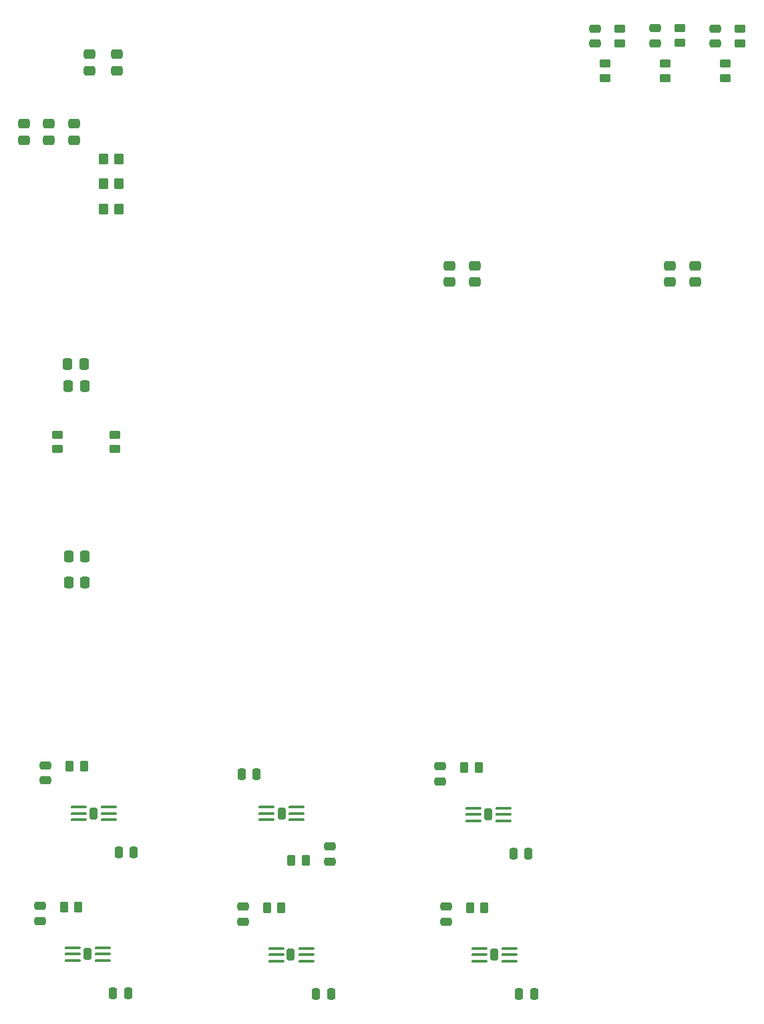
<source format=gbr>
%TF.GenerationSoftware,KiCad,Pcbnew,6.0.7-f9a2dced07~116~ubuntu20.04.1*%
%TF.CreationDate,2022-10-31T15:28:21+01:00*%
%TF.ProjectId,av_citynode_hw,61765f63-6974-4796-9e6f-64655f68772e,rev?*%
%TF.SameCoordinates,Original*%
%TF.FileFunction,Paste,Top*%
%TF.FilePolarity,Positive*%
%FSLAX46Y46*%
G04 Gerber Fmt 4.6, Leading zero omitted, Abs format (unit mm)*
G04 Created by KiCad (PCBNEW 6.0.7-f9a2dced07~116~ubuntu20.04.1) date 2022-10-31 15:28:21*
%MOMM*%
%LPD*%
G01*
G04 APERTURE LIST*
G04 Aperture macros list*
%AMRoundRect*
0 Rectangle with rounded corners*
0 $1 Rounding radius*
0 $2 $3 $4 $5 $6 $7 $8 $9 X,Y pos of 4 corners*
0 Add a 4 corners polygon primitive as box body*
4,1,4,$2,$3,$4,$5,$6,$7,$8,$9,$2,$3,0*
0 Add four circle primitives for the rounded corners*
1,1,$1+$1,$2,$3*
1,1,$1+$1,$4,$5*
1,1,$1+$1,$6,$7*
1,1,$1+$1,$8,$9*
0 Add four rect primitives between the rounded corners*
20,1,$1+$1,$2,$3,$4,$5,0*
20,1,$1+$1,$4,$5,$6,$7,0*
20,1,$1+$1,$6,$7,$8,$9,0*
20,1,$1+$1,$8,$9,$2,$3,0*%
G04 Aperture macros list end*
%ADD10RoundRect,0.250000X0.450000X-0.262500X0.450000X0.262500X-0.450000X0.262500X-0.450000X-0.262500X0*%
%ADD11RoundRect,0.250000X0.337500X0.475000X-0.337500X0.475000X-0.337500X-0.475000X0.337500X-0.475000X0*%
%ADD12RoundRect,0.250000X0.475000X-0.250000X0.475000X0.250000X-0.475000X0.250000X-0.475000X-0.250000X0*%
%ADD13RoundRect,0.250000X-0.262500X-0.450000X0.262500X-0.450000X0.262500X0.450000X-0.262500X0.450000X0*%
%ADD14RoundRect,0.250000X-0.475000X0.337500X-0.475000X-0.337500X0.475000X-0.337500X0.475000X0.337500X0*%
%ADD15RoundRect,0.100000X-0.900000X-0.100000X0.900000X-0.100000X0.900000X0.100000X-0.900000X0.100000X0*%
%ADD16RoundRect,0.262500X-0.262500X-0.487500X0.262500X-0.487500X0.262500X0.487500X-0.262500X0.487500X0*%
%ADD17RoundRect,0.250000X-0.450000X0.262500X-0.450000X-0.262500X0.450000X-0.262500X0.450000X0.262500X0*%
%ADD18RoundRect,0.250000X0.350000X0.450000X-0.350000X0.450000X-0.350000X-0.450000X0.350000X-0.450000X0*%
%ADD19RoundRect,0.250000X-0.250000X-0.475000X0.250000X-0.475000X0.250000X0.475000X-0.250000X0.475000X0*%
%ADD20RoundRect,0.250000X-0.475000X0.250000X-0.475000X-0.250000X0.475000X-0.250000X0.475000X0.250000X0*%
%ADD21RoundRect,0.250000X0.250000X0.475000X-0.250000X0.475000X-0.250000X-0.475000X0.250000X-0.475000X0*%
%ADD22RoundRect,0.250000X0.475000X-0.337500X0.475000X0.337500X-0.475000X0.337500X-0.475000X-0.337500X0*%
%ADD23RoundRect,0.250000X0.262500X0.450000X-0.262500X0.450000X-0.262500X-0.450000X0.262500X-0.450000X0*%
%ADD24RoundRect,0.100000X0.900000X0.100000X-0.900000X0.100000X-0.900000X-0.100000X0.900000X-0.100000X0*%
%ADD25RoundRect,0.262500X0.262500X0.487500X-0.262500X0.487500X-0.262500X-0.487500X0.262500X-0.487500X0*%
G04 APERTURE END LIST*
D10*
%TO.C,R9*%
X63933000Y237561000D03*
X63933000Y239386000D03*
%TD*%
D11*
%TO.C,C23*%
X-19141000Y169235000D03*
X-21216000Y169235000D03*
%TD*%
D12*
%TO.C,C1*%
X898000Y126259000D03*
X898000Y128159000D03*
%TD*%
%TO.C,C1*%
X25916000Y144031000D03*
X25916000Y145931000D03*
%TD*%
D13*
%TO.C,R2*%
X29695000Y128008000D03*
X31520000Y128008000D03*
%TD*%
D14*
%TO.C,C4*%
X30278000Y209388500D03*
X30278000Y207313500D03*
%TD*%
D15*
%TO.C,U1*%
X-19914000Y140771000D03*
X-19914000Y139971000D03*
X-19914000Y139171000D03*
X-16114000Y139171000D03*
X-16114000Y139971000D03*
X-16114000Y140771000D03*
D16*
X-18064000Y139971000D03*
%TD*%
D10*
%TO.C,R11*%
X56313000Y237641000D03*
X56313000Y239466000D03*
%TD*%
D17*
%TO.C,R13*%
X-15374000Y187951000D03*
X-15374000Y186126000D03*
%TD*%
D15*
%TO.C,U1*%
X30866000Y122839000D03*
X30866000Y122039000D03*
X30866000Y121239000D03*
X34666000Y121239000D03*
X34666000Y122039000D03*
X34666000Y122839000D03*
D16*
X32716000Y122039000D03*
%TD*%
D10*
%TO.C,R10*%
X54408000Y233196000D03*
X54408000Y235021000D03*
%TD*%
D15*
%TO.C,U1*%
X5117000Y122863000D03*
X5117000Y122063000D03*
X5117000Y121263000D03*
X8917000Y121263000D03*
X8917000Y122063000D03*
X8917000Y122863000D03*
D16*
X6967000Y122063000D03*
%TD*%
D18*
%TO.C,R3*%
X-14807000Y216591000D03*
X-16807000Y216591000D03*
%TD*%
D12*
%TO.C,C1*%
X-24853000Y126335000D03*
X-24853000Y128235000D03*
%TD*%
D11*
%TO.C,C1*%
X-19268000Y196921000D03*
X-21343000Y196921000D03*
%TD*%
D19*
%TO.C,C2*%
X747000Y144900000D03*
X2647000Y144900000D03*
%TD*%
D20*
%TO.C,C1*%
X11918000Y135751000D03*
X11918000Y133851000D03*
%TD*%
D13*
%TO.C,R2*%
X3946000Y128032000D03*
X5771000Y128032000D03*
%TD*%
D15*
%TO.C,U1*%
X-20634000Y122939000D03*
X-20634000Y122139000D03*
X-20634000Y121339000D03*
X-16834000Y121339000D03*
X-16834000Y122139000D03*
X-16834000Y122939000D03*
D16*
X-18784000Y122139000D03*
%TD*%
D21*
%TO.C,C2*%
X-12962000Y135018000D03*
X-14862000Y135018000D03*
%TD*%
D12*
%TO.C,C22*%
X53138000Y237566000D03*
X53138000Y239466000D03*
%TD*%
%TO.C,C21*%
X60758000Y237523500D03*
X60758000Y239423500D03*
%TD*%
%TO.C,C1*%
X26647000Y126235000D03*
X26647000Y128135000D03*
%TD*%
%TO.C,C17*%
X45518000Y237561000D03*
X45518000Y239461000D03*
%TD*%
D14*
%TO.C,C24*%
X-18549000Y236185500D03*
X-18549000Y234110500D03*
%TD*%
D10*
%TO.C,R7*%
X48693000Y237561000D03*
X48693000Y239386000D03*
%TD*%
D22*
%TO.C,C7*%
X-26872000Y225311000D03*
X-26872000Y227386000D03*
%TD*%
D13*
%TO.C,R2*%
X-21085000Y145940000D03*
X-19260000Y145940000D03*
%TD*%
D22*
%TO.C,C3*%
X-20522000Y225311000D03*
X-20522000Y227386000D03*
%TD*%
D15*
%TO.C,U1*%
X30135000Y140635000D03*
X30135000Y139835000D03*
X30135000Y139035000D03*
X33935000Y139035000D03*
X33935000Y139835000D03*
X33935000Y140635000D03*
D16*
X31985000Y139835000D03*
%TD*%
D10*
%TO.C,R8*%
X62028000Y233196000D03*
X62028000Y235021000D03*
%TD*%
D12*
%TO.C,C1*%
X-24133000Y144167000D03*
X-24133000Y146067000D03*
%TD*%
D11*
%TO.C,C26*%
X-19141000Y172537000D03*
X-21216000Y172537000D03*
%TD*%
D22*
%TO.C,C5*%
X-23697000Y225311000D03*
X-23697000Y227386000D03*
%TD*%
D17*
%TO.C,R12*%
X-22613000Y187951000D03*
X-22613000Y186126000D03*
%TD*%
D21*
%TO.C,C2*%
X37818000Y117086000D03*
X35918000Y117086000D03*
%TD*%
%TO.C,C2*%
X12069000Y117110000D03*
X10169000Y117110000D03*
%TD*%
D13*
%TO.C,R2*%
X28964000Y145804000D03*
X30789000Y145804000D03*
%TD*%
D14*
%TO.C,C25*%
X-15120000Y236185500D03*
X-15120000Y234110500D03*
%TD*%
D21*
%TO.C,C2*%
X37087000Y134882000D03*
X35187000Y134882000D03*
%TD*%
D23*
%TO.C,R2*%
X8870000Y133978000D03*
X7045000Y133978000D03*
%TD*%
D18*
%TO.C,R1*%
X-14807000Y222941000D03*
X-16807000Y222941000D03*
%TD*%
D14*
%TO.C,C9*%
X58218000Y209388500D03*
X58218000Y207313500D03*
%TD*%
D10*
%TO.C,R6*%
X46788000Y233196000D03*
X46788000Y235021000D03*
%TD*%
D14*
%TO.C,C6*%
X27103000Y209388500D03*
X27103000Y207313500D03*
%TD*%
D11*
%TO.C,C2*%
X-19184000Y194127000D03*
X-21259000Y194127000D03*
%TD*%
D21*
%TO.C,C2*%
X-13682000Y117186000D03*
X-15582000Y117186000D03*
%TD*%
D18*
%TO.C,R2*%
X-14807000Y219766000D03*
X-16807000Y219766000D03*
%TD*%
D24*
%TO.C,U1*%
X7699000Y139147000D03*
X7699000Y139947000D03*
X7699000Y140747000D03*
X3899000Y140747000D03*
X3899000Y139947000D03*
X3899000Y139147000D03*
D25*
X5849000Y139947000D03*
%TD*%
D14*
%TO.C,C8*%
X55043000Y209388500D03*
X55043000Y207313500D03*
%TD*%
D13*
%TO.C,R2*%
X-21805000Y128108000D03*
X-19980000Y128108000D03*
%TD*%
M02*

</source>
